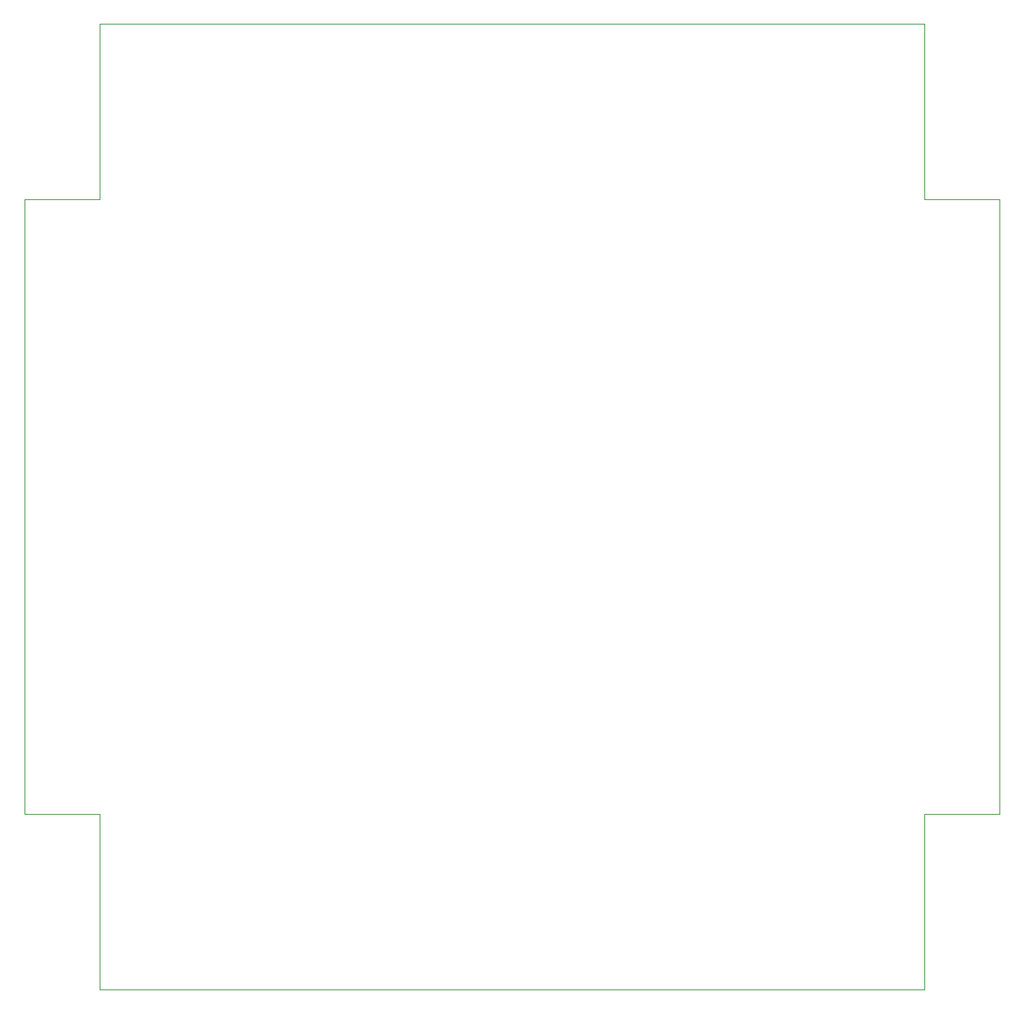
<source format=gbr>
%TF.GenerationSoftware,Altium Limited,Altium Designer,18.1.9 (240)*%
G04 Layer_Color=0*
%FSLAX43Y43*%
%MOMM*%
%TF.FileFunction,Profile,NP*%
%TF.Part,Single*%
G01*
G75*
%TA.AperFunction,Profile*%
%ADD64C,0.025*%
D64*
X124765Y112700D02*
X124765Y132080D01*
X33735D01*
Y112700D01*
X25400D01*
Y44780D01*
X33735D01*
Y25400D01*
X124765D01*
Y44780D01*
X133100D01*
Y112700D01*
X124765D01*
%TF.MD5,7596a59cef4240df26be46f258640c81*%
M02*

</source>
